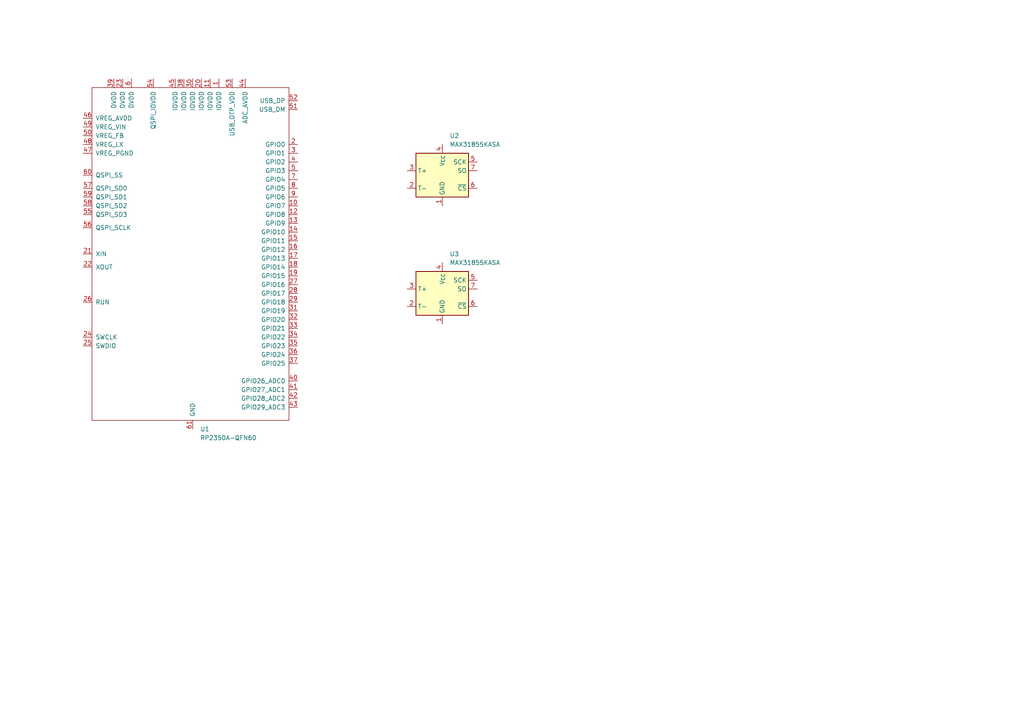
<source format=kicad_sch>
(kicad_sch (version 20250114) (generator "eeschema") (generator_version "9.0")
  (paper "A4")
  (lib_symbols
    (symbol "Sensor_Temperature:MAX31855KASA"
      (property "Reference" "U" (at -7.62 8.89 0))
      (property "Value" "MAX31855KASA" (at 1.27 8.89 0))
      (symbol "MAX31855KASA_0_1"
        (rectangle (start -7.62 7.62) (end 7.62 -5.08) (stroke (width 0.254)) (fill (type background)))
      )
      (symbol "MAX31855KASA_1_1"
        (pin passive line (at -10.16 2.54 0) (length 2.54) (name "T+") (number "3"))
        (pin passive line (at -10.16 -2.54 0) (length 2.54) (name "T-") (number "2"))
        (pin no_connect line (at -7.62 5.08 0) (length 2.54) (hide yes) (name "NC") (number "8"))
        (pin power_in line (at 0 10.16 270) (length 2.54) (name "V_{CC}") (number "4"))
        (pin power_in line (at 0 -7.62 90) (length 2.54) (name "GND") (number "1"))
        (pin input line (at 10.16 5.08 180) (length 2.54) (name "SCK") (number "5"))
        (pin tri_state line (at 10.16 2.54 180) (length 2.54) (name "SO") (number "7"))
        (pin input line (at 10.16 -2.54 180) (length 2.54) (name "~{CS}") (number "6"))
      )
    )
    (symbol "rp2350a-qfn60:RP2350A-QFN60" (pin_names (offset 1.016))
      (property "Reference" "U" (at 0 -1.27 0))
      (property "Value" "RP2350A-QFN60" (at 0 1.27 0))
      (symbol "RP2350A-QFN60_0_1"
        (rectangle (start -29.21 44.45) (end 27.94 -52.07))
      )
      (symbol "RP2350A-QFN60_1_0"
        (pin passive line (at 0 -54.61 90) (length 2.54) (name "GND") (number "61"))
      )
      (symbol "RP2350A-QFN60_1_1"
        (pin power_in line (at -31.75 35.56 0) (length 2.54) (name "VREG_AVDD") (number "46"))
        (pin power_in line (at -31.75 33.02 0) (length 2.54) (name "VREG_VIN") (number "49"))
        (pin power_in line (at -31.75 30.48 0) (length 2.54) (name "VREG_FB") (number "50"))
        (pin power_out line (at -31.75 27.94 0) (length 2.54) (name "VREG_LX") (number "48"))
        (pin input line (at -31.75 25.4 0) (length 2.54) (name "VREG_PGND") (number "47"))
        (pin bidirectional line (at -31.75 19.05 0) (length 2.54) (name "QSPI_SS") (number "60"))
        (pin bidirectional line (at -31.75 15.24 0) (length 2.54) (name "QSPI_SD0") (number "57"))
        (pin bidirectional line (at -31.75 12.7 0) (length 2.54) (name "QSPI_SD1") (number "59"))
        (pin bidirectional line (at -31.75 10.16 0) (length 2.54) (name "QSPI_SD2") (number "58"))
        (pin bidirectional line (at -31.75 7.62 0) (length 2.54) (name "QSPI_SD3") (number "55"))
        (pin bidirectional line (at -31.75 3.81 0) (length 2.54) (name "QSPI_SCLK") (number "56"))
        (pin input line (at -31.75 -3.81 0) (length 2.54) (name "XIN") (number "21"))
        (pin output line (at -31.75 -7.62 0) (length 2.54) (name "XOUT") (number "22"))
        (pin input line (at -31.75 -17.78 0) (length 2.54) (name "RUN") (number "26"))
        (pin input line (at -31.75 -27.94 0) (length 2.54) (name "SWCLK") (number "24"))
        (pin bidirectional line (at -31.75 -30.48 0) (length 2.54) (name "SWDIO") (number "25"))
        (pin power_in line (at -22.86 46.99 270) (length 2.54) (name "DVDD") (number "39"))
        (pin power_in line (at -20.32 46.99 270) (length 2.54) (name "DVDD") (number "23"))
        (pin power_in line (at -17.78 46.99 270) (length 2.54) (name "DVDD") (number "6"))
        (pin power_in line (at -11.43 46.99 270) (length 2.54) (name "QSPI_IOVDD") (number "54"))
        (pin power_in line (at -5.08 46.99 270) (length 2.54) (name "IOVDD") (number "45"))
        (pin power_in line (at -2.54 46.99 270) (length 2.54) (name "IOVDD") (number "38"))
        (pin power_in line (at 0 46.99 270) (length 2.54) (name "IOVDD") (number "30"))
        (pin power_in line (at 2.54 46.99 270) (length 2.54) (name "IOVDD") (number "20"))
        (pin power_in line (at 5.08 46.99 270) (length 2.54) (name "IOVDD") (number "11"))
        (pin power_in line (at 7.62 46.99 270) (length 2.54) (name "IOVDD") (number "1"))
        (pin power_in line (at 11.43 46.99 270) (length 2.54) (name "USB_OTP_VDD") (number "53"))
        (pin power_in line (at 15.24 46.99 270) (length 2.54) (name "ADC_AVDD") (number "44"))
        (pin bidirectional line (at 30.48 40.64 180) (length 2.54) (name "USB_DP") (number "52"))
        (pin bidirectional line (at 30.48 38.1 180) (length 2.54) (name "USB_DM") (number "51"))
        (pin bidirectional line (at 30.48 27.94 180) (length 2.54) (name "GPIO0") (number "2"))
        (pin bidirectional line (at 30.48 25.4 180) (length 2.54) (name "GPIO1") (number "3"))
        (pin bidirectional line (at 30.48 22.86 180) (length 2.54) (name "GPIO2") (number "4"))
        (pin bidirectional line (at 30.48 20.32 180) (length 2.54) (name "GPIO3") (number "5"))
        (pin bidirectional line (at 30.48 17.78 180) (length 2.54) (name "GPIO4") (number "7"))
        (pin bidirectional line (at 30.48 15.24 180) (length 2.54) (name "GPIO5") (number "8"))
        (pin bidirectional line (at 30.48 12.7 180) (length 2.54) (name "GPIO6") (number "9"))
        (pin bidirectional line (at 30.48 10.16 180) (length 2.54) (name "GPIO7") (number "10"))
        (pin bidirectional line (at 30.48 7.62 180) (length 2.54) (name "GPIO8") (number "12"))
        (pin bidirectional line (at 30.48 5.08 180) (length 2.54) (name "GPIO9") (number "13"))
        (pin bidirectional line (at 30.48 2.54 180) (length 2.54) (name "GPIO10") (number "14"))
        (pin bidirectional line (at 30.48 0 180) (length 2.54) (name "GPIO11") (number "15"))
        (pin bidirectional line (at 30.48 -2.54 180) (length 2.54) (name "GPIO12") (number "16"))
        (pin bidirectional line (at 30.48 -5.08 180) (length 2.54) (name "GPIO13") (number "17"))
        (pin bidirectional line (at 30.48 -7.62 180) (length 2.54) (name "GPIO14") (number "18"))
        (pin bidirectional line (at 30.48 -10.16 180) (length 2.54) (name "GPIO15") (number "19"))
        (pin bidirectional line (at 30.48 -12.7 180) (length 2.54) (name "GPIO16") (number "27"))
        (pin bidirectional line (at 30.48 -15.24 180) (length 2.54) (name "GPIO17") (number "28"))
        (pin bidirectional line (at 30.48 -17.78 180) (length 2.54) (name "GPIO18") (number "29"))
        (pin bidirectional line (at 30.48 -20.32 180) (length 2.54) (name "GPIO19") (number "31"))
        (pin bidirectional line (at 30.48 -22.86 180) (length 2.54) (name "GPIO20") (number "32"))
        (pin bidirectional line (at 30.48 -25.4 180) (length 2.54) (name "GPIO21") (number "33"))
        (pin bidirectional line (at 30.48 -27.94 180) (length 2.54) (name "GPIO22") (number "34"))
        (pin bidirectional line (at 30.48 -30.48 180) (length 2.54) (name "GPIO23") (number "35"))
        (pin bidirectional line (at 30.48 -33.02 180) (length 2.54) (name "GPIO24") (number "36"))
        (pin bidirectional line (at 30.48 -35.56 180) (length 2.54) (name "GPIO25") (number "37"))
        (pin bidirectional line (at 30.48 -40.64 180) (length 2.54) (name "GPIO26_ADC0") (number "40"))
        (pin bidirectional line (at 30.48 -43.18 180) (length 2.54) (name "GPIO27_ADC1") (number "41"))
        (pin bidirectional line (at 30.48 -45.72 180) (length 2.54) (name "GPIO28_ADC2") (number "42"))
        (pin bidirectional line (at 30.48 -48.26 180) (length 2.54) (name "GPIO29_ADC3") (number "43"))
      )
    )
  )
  (symbol (lib_id "rp2350a-qfn60:RP2350A-QFN60") (at 55.88 69.85 0) (unit 1)
    (property "Reference" "U1" (at 58.0233 124.46 0) (effects (justify left)))
    (property "Value" "RP2350A-QFN60" (at 58.0233 127 0) (effects (justify left)))
  )
  (symbol (lib_id "Sensor_Temperature:MAX31855KASA") (at 128.27 52.07 0) (unit 1)
    (property "Reference" "U2" (at 130.4133 39.37 0) (effects (justify left)))
    (property "Value" "MAX31855KASA" (at 130.4133 41.91 0) (effects (justify left)))
    (property "Footprint" "Package_SO:SOIC-8_3.9x4.9mm_P1.27mm" (effects (hide yes)))
    (property "Datasheet" "http://datasheets.maximintegrated.com/en/ds/MAX31855.pdf" (effects (hide yes)))
    (property "Description" "Cold Junction K-type Thermocouple Interface, SPI, SOIC-8" (effects (hide yes)))
  )
  (symbol (lib_id "Sensor_Temperature:MAX31855KASA") (at 128.27 86.36 0) (unit 1)
    (property "Reference" "U3" (at 130.4133 73.66 0) (effects (justify left)))
    (property "Value" "MAX31855KASA" (at 130.4133 76.2 0) (effects (justify left)))
    (property "Footprint" "Package_SO:SOIC-8_3.9x4.9mm_P1.27mm" (effects (hide yes)))
    (property "Datasheet" "http://datasheets.maximintegrated.com/en/ds/MAX31855.pdf" (effects (hide yes)))
    (property "Description" "Cold Junction K-type Thermocouple Interface, SPI, SOIC-8" (effects (hide yes)))
  )
)
</source>
